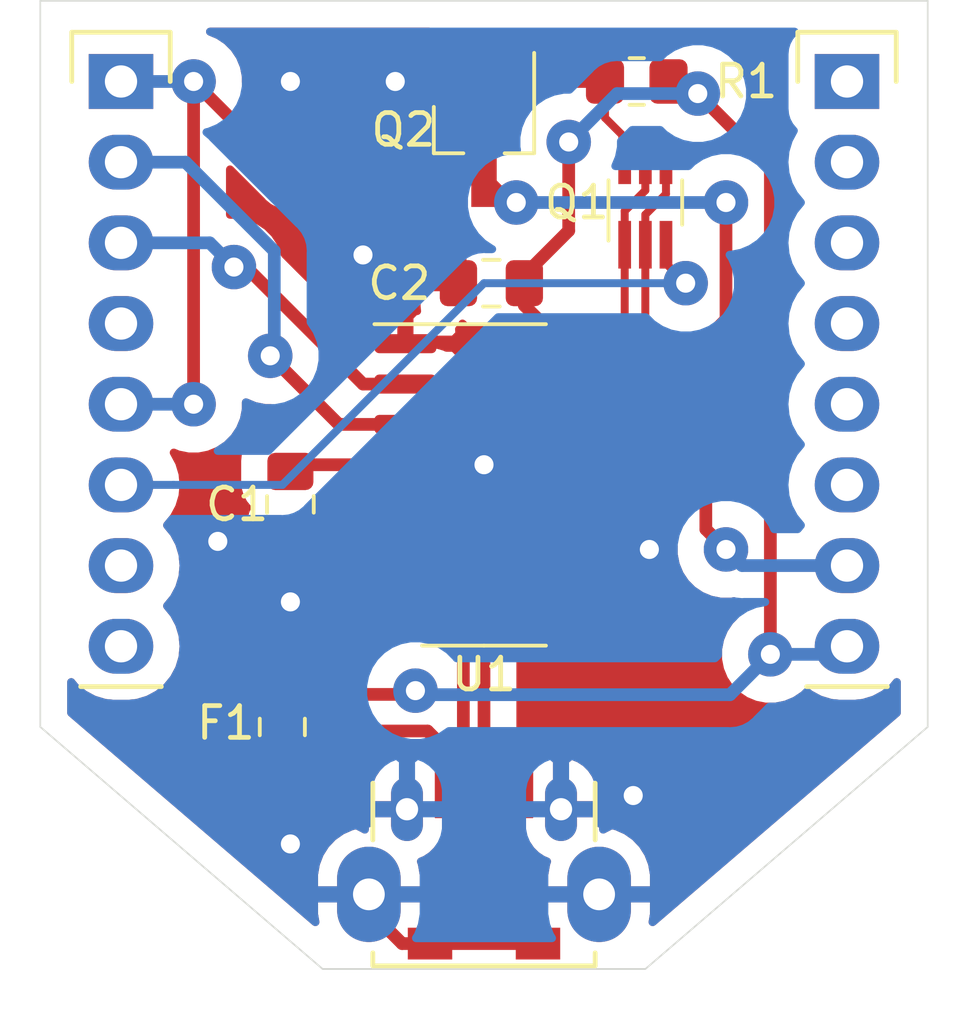
<source format=kicad_pcb>
(kicad_pcb (version 20171130) (host pcbnew 5.1.10-88a1d61d58~90~ubuntu20.04.1)

  (general
    (thickness 1.6)
    (drawings 6)
    (tracks 108)
    (zones 0)
    (modules 10)
    (nets 14)
  )

  (page A4)
  (layers
    (0 F.Cu signal)
    (31 B.Cu signal)
    (32 B.Adhes user)
    (33 F.Adhes user)
    (34 B.Paste user)
    (35 F.Paste user)
    (36 B.SilkS user)
    (37 F.SilkS user)
    (38 B.Mask user)
    (39 F.Mask user)
    (40 Dwgs.User user)
    (41 Cmts.User user)
    (42 Eco1.User user)
    (43 Eco2.User user)
    (44 Edge.Cuts user)
    (45 Margin user)
    (46 B.CrtYd user)
    (47 F.CrtYd user)
    (48 B.Fab user)
    (49 F.Fab user)
  )

  (setup
    (last_trace_width 0.4)
    (user_trace_width 0.4)
    (trace_clearance 0.35)
    (zone_clearance 0.82)
    (zone_45_only no)
    (trace_min 0.25)
    (via_size 1.4)
    (via_drill 0.6)
    (via_min_size 1.4)
    (via_min_drill 0.6)
    (uvia_size 0.3)
    (uvia_drill 0.1)
    (uvias_allowed no)
    (uvia_min_size 0.2)
    (uvia_min_drill 0.1)
    (edge_width 0.05)
    (segment_width 0.2)
    (pcb_text_width 0.3)
    (pcb_text_size 1.5 1.5)
    (mod_edge_width 0.12)
    (mod_text_size 1 1)
    (mod_text_width 0.15)
    (pad_size 1.524 1.524)
    (pad_drill 0.762)
    (pad_to_mask_clearance 0)
    (aux_axis_origin 55.88 104.14)
    (visible_elements FFFFFF7F)
    (pcbplotparams
      (layerselection 0x01000_ffffffff)
      (usegerberextensions false)
      (usegerberattributes false)
      (usegerberadvancedattributes true)
      (creategerberjobfile false)
      (excludeedgelayer true)
      (linewidth 0.050000)
      (plotframeref false)
      (viasonmask false)
      (mode 1)
      (useauxorigin true)
      (hpglpennumber 1)
      (hpglpenspeed 20)
      (hpglpendiameter 15.000000)
      (psnegative false)
      (psa4output false)
      (plotreference true)
      (plotvalue true)
      (plotinvisibletext false)
      (padsonsilk false)
      (subtractmaskfromsilk false)
      (outputformat 1)
      (mirror false)
      (drillshape 0)
      (scaleselection 1)
      (outputdirectory "Gerbers/"))
  )

  (net 0 "")
  (net 1 "Net-(C1-Pad2)")
  (net 2 GND)
  (net 3 +5V)
  (net 4 "Net-(J1-Pad1)")
  (net 5 /URXD)
  (net 6 /UTXD)
  (net 7 /D-)
  (net 8 /D+)
  (net 9 /RST)
  (net 10 /RTS)
  (net 11 /DTR)
  (net 12 /GPIO0)
  (net 13 "Net-(F1-Pad2)")

  (net_class Default "This is the default net class."
    (clearance 0.35)
    (trace_width 0.25)
    (via_dia 1.4)
    (via_drill 0.6)
    (uvia_dia 0.3)
    (uvia_drill 0.1)
    (diff_pair_width 0.25)
    (diff_pair_gap 0.25)
    (add_net +3V3)
    (add_net +5V)
    (add_net /D+)
    (add_net /D-)
    (add_net /DTR)
    (add_net /GPIO0)
    (add_net /RST)
    (add_net /RTS)
    (add_net /URXD)
    (add_net /UTXD)
    (add_net GND)
    (add_net "Net-(C1-Pad2)")
    (add_net "Net-(F1-Pad2)")
    (add_net "Net-(J1-Pad1)")
    (add_net "Net-(J1-Pad4)")
    (add_net "Net-(J1-Pad7)")
    (add_net "Net-(J2-Pad4)")
    (add_net "Net-(J3-Pad1)")
    (add_net "Net-(J3-Pad2)")
    (add_net "Net-(J3-Pad3)")
    (add_net "Net-(J3-Pad4)")
    (add_net "Net-(J3-Pad5)")
    (add_net "Net-(J3-Pad6)")
    (add_net "Net-(U1-Pad10)")
    (add_net "Net-(U1-Pad11)")
    (add_net "Net-(U1-Pad12)")
    (add_net "Net-(U1-Pad15)")
    (add_net "Net-(U1-Pad7)")
    (add_net "Net-(U1-Pad8)")
    (add_net "Net-(U1-Pad9)")
  )

  (module CPB:Socket_Strip_Straight_1x08_nograf (layer F.Cu) (tedit 59E364C4) (tstamp 611348AF)
    (at 81.28 76.2 270)
    (descr "Through hole socket strip")
    (tags "socket strip")
    (path /61145B49)
    (fp_text reference J3 (at 20.32 0) (layer F.SilkS) hide
      (effects (font (size 1 1) (thickness 0.15)))
    )
    (fp_text value RIGHT (at 7.62 -2.54 90) (layer F.Fab) hide
      (effects (font (size 1 1) (thickness 0.15)))
    )
    (fp_line (start -1.75 -1.75) (end -1.75 1.75) (layer F.CrtYd) (width 0.05))
    (fp_line (start 19.55 -1.75) (end 19.55 1.75) (layer F.CrtYd) (width 0.05))
    (fp_line (start -1.75 -1.75) (end 19.55 -1.75) (layer F.CrtYd) (width 0.05))
    (fp_line (start -1.75 1.75) (end 19.55 1.75) (layer F.CrtYd) (width 0.05))
    (fp_line (start 19.05 1.27) (end 19.05 -1.27) (layer F.SilkS) (width 0.15))
    (fp_line (start -1.55 1.55) (end 0 1.55) (layer F.SilkS) (width 0.15))
    (fp_line (start 0 -1.55) (end -1.55 -1.55) (layer F.SilkS) (width 0.15))
    (fp_line (start -1.55 -1.55) (end -1.55 1.55) (layer F.SilkS) (width 0.15))
    (pad 8 thru_hole oval (at 17.78 0 270) (size 1.7272 2.032) (drill 1.016) (layers *.Cu *.Mask)
      (net 3 +5V))
    (pad 7 thru_hole oval (at 15.24 0 270) (size 1.7272 2.032) (drill 1.016) (layers *.Cu *.Mask)
      (net 4 "Net-(J1-Pad1)"))
    (pad 6 thru_hole oval (at 12.7 0 270) (size 1.7272 2.032) (drill 1.016) (layers *.Cu *.Mask))
    (pad 5 thru_hole oval (at 10.16 0 270) (size 1.7272 2.032) (drill 1.016) (layers *.Cu *.Mask))
    (pad 4 thru_hole oval (at 7.62 0 270) (size 1.7272 2.032) (drill 1.016) (layers *.Cu *.Mask))
    (pad 3 thru_hole oval (at 5.08 0 270) (size 1.7272 2.032) (drill 1.016) (layers *.Cu *.Mask))
    (pad 2 thru_hole oval (at 2.54 0 270) (size 1.7272 2.032) (drill 1.016) (layers *.Cu *.Mask))
    (pad 1 thru_hole rect (at 0 0 270) (size 1.7272 2.032) (drill 1.016) (layers *.Cu *.Mask))
    (model Socket_Strips.3dshapes/Socket_Strip_Straight_1x08.wrl
      (offset (xyz 8.889999866485596 0 0))
      (scale (xyz 1 1 1))
      (rotate (xyz 0 0 180))
    )
  )

  (module CPB:Socket_Strip_Straight_1x08_nograf (layer F.Cu) (tedit 59E364C4) (tstamp 6113487A)
    (at 58.42 76.2 270)
    (descr "Through hole socket strip")
    (tags "socket strip")
    (path /61144F33)
    (fp_text reference J1 (at 20.32 0) (layer F.SilkS) hide
      (effects (font (size 1 1) (thickness 0.15)))
    )
    (fp_text value LEFT (at 7.62 -2.54 90) (layer F.Fab) hide
      (effects (font (size 1 1) (thickness 0.15)))
    )
    (fp_line (start -1.75 -1.75) (end -1.75 1.75) (layer F.CrtYd) (width 0.05))
    (fp_line (start 19.55 -1.75) (end 19.55 1.75) (layer F.CrtYd) (width 0.05))
    (fp_line (start -1.75 -1.75) (end 19.55 -1.75) (layer F.CrtYd) (width 0.05))
    (fp_line (start -1.75 1.75) (end 19.55 1.75) (layer F.CrtYd) (width 0.05))
    (fp_line (start 19.05 1.27) (end 19.05 -1.27) (layer F.SilkS) (width 0.15))
    (fp_line (start -1.55 1.55) (end 0 1.55) (layer F.SilkS) (width 0.15))
    (fp_line (start 0 -1.55) (end -1.55 -1.55) (layer F.SilkS) (width 0.15))
    (fp_line (start -1.55 -1.55) (end -1.55 1.55) (layer F.SilkS) (width 0.15))
    (pad 8 thru_hole oval (at 17.78 0 270) (size 1.7272 2.032) (drill 1.016) (layers *.Cu *.Mask))
    (pad 7 thru_hole oval (at 15.24 0 270) (size 1.7272 2.032) (drill 1.016) (layers *.Cu *.Mask))
    (pad 6 thru_hole oval (at 12.7 0 270) (size 1.7272 2.032) (drill 1.016) (layers *.Cu *.Mask)
      (net 12 /GPIO0))
    (pad 5 thru_hole oval (at 10.16 0 270) (size 1.7272 2.032) (drill 1.016) (layers *.Cu *.Mask)
      (net 4 "Net-(J1-Pad1)"))
    (pad 4 thru_hole oval (at 7.62 0 270) (size 1.7272 2.032) (drill 1.016) (layers *.Cu *.Mask))
    (pad 3 thru_hole oval (at 5.08 0 270) (size 1.7272 2.032) (drill 1.016) (layers *.Cu *.Mask)
      (net 5 /URXD))
    (pad 2 thru_hole oval (at 2.54 0 270) (size 1.7272 2.032) (drill 1.016) (layers *.Cu *.Mask)
      (net 6 /UTXD))
    (pad 1 thru_hole rect (at 0 0 270) (size 1.7272 2.032) (drill 1.016) (layers *.Cu *.Mask)
      (net 4 "Net-(J1-Pad1)"))
    (model Socket_Strips.3dshapes/Socket_Strip_Straight_1x08.wrl
      (offset (xyz 8.889999866485596 0 0))
      (scale (xyz 1 1 1))
      (rotate (xyz 0 0 180))
    )
  )

  (module Package_SO:SOIC-16_3.9x9.9mm_P1.27mm (layer F.Cu) (tedit 5D9F72B1) (tstamp 6113491E)
    (at 69.85 88.9)
    (descr "SOIC, 16 Pin (JEDEC MS-012AC, https://www.analog.com/media/en/package-pcb-resources/package/pkg_pdf/soic_narrow-r/r_16.pdf), generated with kicad-footprint-generator ipc_gullwing_generator.py")
    (tags "SOIC SO")
    (path /61190720)
    (attr smd)
    (fp_text reference U1 (at 0 5.969) (layer F.SilkS)
      (effects (font (size 1 1) (thickness 0.15)))
    )
    (fp_text value CH340C (at 0 5.9) (layer F.Fab)
      (effects (font (size 1 1) (thickness 0.15)))
    )
    (fp_text user %R (at 0 0) (layer F.Fab)
      (effects (font (size 0.98 0.98) (thickness 0.15)))
    )
    (fp_line (start 0 5.06) (end 1.95 5.06) (layer F.SilkS) (width 0.12))
    (fp_line (start 0 5.06) (end -1.95 5.06) (layer F.SilkS) (width 0.12))
    (fp_line (start 0 -5.06) (end 1.95 -5.06) (layer F.SilkS) (width 0.12))
    (fp_line (start 0 -5.06) (end -3.45 -5.06) (layer F.SilkS) (width 0.12))
    (fp_line (start -0.975 -4.95) (end 1.95 -4.95) (layer F.Fab) (width 0.1))
    (fp_line (start 1.95 -4.95) (end 1.95 4.95) (layer F.Fab) (width 0.1))
    (fp_line (start 1.95 4.95) (end -1.95 4.95) (layer F.Fab) (width 0.1))
    (fp_line (start -1.95 4.95) (end -1.95 -3.975) (layer F.Fab) (width 0.1))
    (fp_line (start -1.95 -3.975) (end -0.975 -4.95) (layer F.Fab) (width 0.1))
    (fp_line (start -3.7 -5.2) (end -3.7 5.2) (layer F.CrtYd) (width 0.05))
    (fp_line (start -3.7 5.2) (end 3.7 5.2) (layer F.CrtYd) (width 0.05))
    (fp_line (start 3.7 5.2) (end 3.7 -5.2) (layer F.CrtYd) (width 0.05))
    (fp_line (start 3.7 -5.2) (end -3.7 -5.2) (layer F.CrtYd) (width 0.05))
    (pad 16 smd roundrect (at 2.475 -4.445) (size 1.95 0.6) (layers F.Cu F.Paste F.Mask) (roundrect_rratio 0.25)
      (net 3 +5V))
    (pad 15 smd roundrect (at 2.475 -3.175) (size 1.95 0.6) (layers F.Cu F.Paste F.Mask) (roundrect_rratio 0.25))
    (pad 14 smd roundrect (at 2.475 -1.905) (size 1.95 0.6) (layers F.Cu F.Paste F.Mask) (roundrect_rratio 0.25)
      (net 10 /RTS))
    (pad 13 smd roundrect (at 2.475 -0.635) (size 1.95 0.6) (layers F.Cu F.Paste F.Mask) (roundrect_rratio 0.25)
      (net 11 /DTR))
    (pad 12 smd roundrect (at 2.475 0.635) (size 1.95 0.6) (layers F.Cu F.Paste F.Mask) (roundrect_rratio 0.25))
    (pad 11 smd roundrect (at 2.475 1.905) (size 1.95 0.6) (layers F.Cu F.Paste F.Mask) (roundrect_rratio 0.25))
    (pad 10 smd roundrect (at 2.475 3.175) (size 1.95 0.6) (layers F.Cu F.Paste F.Mask) (roundrect_rratio 0.25))
    (pad 9 smd roundrect (at 2.475 4.445) (size 1.95 0.6) (layers F.Cu F.Paste F.Mask) (roundrect_rratio 0.25))
    (pad 8 smd roundrect (at -2.475 4.445) (size 1.95 0.6) (layers F.Cu F.Paste F.Mask) (roundrect_rratio 0.25))
    (pad 7 smd roundrect (at -2.475 3.175) (size 1.95 0.6) (layers F.Cu F.Paste F.Mask) (roundrect_rratio 0.25))
    (pad 6 smd roundrect (at -2.475 1.905) (size 1.95 0.6) (layers F.Cu F.Paste F.Mask) (roundrect_rratio 0.25)
      (net 7 /D-))
    (pad 5 smd roundrect (at -2.475 0.635) (size 1.95 0.6) (layers F.Cu F.Paste F.Mask) (roundrect_rratio 0.25)
      (net 8 /D+))
    (pad 4 smd roundrect (at -2.475 -0.635) (size 1.95 0.6) (layers F.Cu F.Paste F.Mask) (roundrect_rratio 0.25)
      (net 1 "Net-(C1-Pad2)"))
    (pad 3 smd roundrect (at -2.475 -1.905) (size 1.95 0.6) (layers F.Cu F.Paste F.Mask) (roundrect_rratio 0.25)
      (net 6 /UTXD))
    (pad 2 smd roundrect (at -2.475 -3.175) (size 1.95 0.6) (layers F.Cu F.Paste F.Mask) (roundrect_rratio 0.25)
      (net 5 /URXD))
    (pad 1 smd roundrect (at -2.475 -4.445) (size 1.95 0.6) (layers F.Cu F.Paste F.Mask) (roundrect_rratio 0.25)
      (net 2 GND))
    (model ${KISYS3DMOD}/Package_SO.3dshapes/SOIC-16_3.9x9.9mm_P1.27mm.wrl
      (at (xyz 0 0 0))
      (scale (xyz 1 1 1))
      (rotate (xyz 0 0 0))
    )
  )

  (module Resistor_SMD:R_0805_2012Metric_Pad1.20x1.40mm_HandSolder (layer F.Cu) (tedit 5F68FEEE) (tstamp 611348EB)
    (at 74.66 76.2 180)
    (descr "Resistor SMD 0805 (2012 Metric), square (rectangular) end terminal, IPC_7351 nominal with elongated pad for handsoldering. (Body size source: IPC-SM-782 page 72, https://www.pcb-3d.com/wordpress/wp-content/uploads/ipc-sm-782a_amendment_1_and_2.pdf), generated with kicad-footprint-generator")
    (tags "resistor handsolder")
    (path /6119D3DD)
    (attr smd)
    (fp_text reference R1 (at -3.445 0) (layer F.SilkS)
      (effects (font (size 1 1) (thickness 0.15)))
    )
    (fp_text value 10K (at 0 1.65) (layer F.Fab)
      (effects (font (size 1 1) (thickness 0.15)))
    )
    (fp_text user %R (at 0 0) (layer F.Fab)
      (effects (font (size 0.5 0.5) (thickness 0.08)))
    )
    (fp_line (start -1 0.625) (end -1 -0.625) (layer F.Fab) (width 0.1))
    (fp_line (start -1 -0.625) (end 1 -0.625) (layer F.Fab) (width 0.1))
    (fp_line (start 1 -0.625) (end 1 0.625) (layer F.Fab) (width 0.1))
    (fp_line (start 1 0.625) (end -1 0.625) (layer F.Fab) (width 0.1))
    (fp_line (start -0.227064 -0.735) (end 0.227064 -0.735) (layer F.SilkS) (width 0.12))
    (fp_line (start -0.227064 0.735) (end 0.227064 0.735) (layer F.SilkS) (width 0.12))
    (fp_line (start -1.85 0.95) (end -1.85 -0.95) (layer F.CrtYd) (width 0.05))
    (fp_line (start -1.85 -0.95) (end 1.85 -0.95) (layer F.CrtYd) (width 0.05))
    (fp_line (start 1.85 -0.95) (end 1.85 0.95) (layer F.CrtYd) (width 0.05))
    (fp_line (start 1.85 0.95) (end -1.85 0.95) (layer F.CrtYd) (width 0.05))
    (pad 2 smd roundrect (at 1 0 180) (size 1.2 1.4) (layers F.Cu F.Paste F.Mask) (roundrect_rratio 0.2083325)
      (net 9 /RST))
    (pad 1 smd roundrect (at -1 0 180) (size 1.2 1.4) (layers F.Cu F.Paste F.Mask) (roundrect_rratio 0.2083325)
      (net 3 +5V))
    (model ${KISYS3DMOD}/Resistor_SMD.3dshapes/R_0805_2012Metric.wrl
      (at (xyz 0 0 0))
      (scale (xyz 1 1 1))
      (rotate (xyz 0 0 0))
    )
  )

  (module Package_TO_SOT_SMD:SOT-23_Handsoldering (layer F.Cu) (tedit 5A0AB76C) (tstamp 611348DA)
    (at 69.85 77.7 270)
    (descr "SOT-23, Handsoldering")
    (tags SOT-23)
    (path /6119F368)
    (attr smd)
    (fp_text reference Q2 (at 0.024 2.54 180) (layer F.SilkS)
      (effects (font (size 1 1) (thickness 0.15)))
    )
    (fp_text value AO3400A (at 0 2.5 90) (layer F.Fab)
      (effects (font (size 1 1) (thickness 0.15)))
    )
    (fp_text user %R (at 0 0) (layer F.Fab)
      (effects (font (size 0.5 0.5) (thickness 0.075)))
    )
    (fp_line (start 0.76 1.58) (end 0.76 0.65) (layer F.SilkS) (width 0.12))
    (fp_line (start 0.76 -1.58) (end 0.76 -0.65) (layer F.SilkS) (width 0.12))
    (fp_line (start -2.7 -1.75) (end 2.7 -1.75) (layer F.CrtYd) (width 0.05))
    (fp_line (start 2.7 -1.75) (end 2.7 1.75) (layer F.CrtYd) (width 0.05))
    (fp_line (start 2.7 1.75) (end -2.7 1.75) (layer F.CrtYd) (width 0.05))
    (fp_line (start -2.7 1.75) (end -2.7 -1.75) (layer F.CrtYd) (width 0.05))
    (fp_line (start 0.76 -1.58) (end -2.4 -1.58) (layer F.SilkS) (width 0.12))
    (fp_line (start -0.7 -0.95) (end -0.7 1.5) (layer F.Fab) (width 0.1))
    (fp_line (start -0.15 -1.52) (end 0.7 -1.52) (layer F.Fab) (width 0.1))
    (fp_line (start -0.7 -0.95) (end -0.15 -1.52) (layer F.Fab) (width 0.1))
    (fp_line (start 0.7 -1.52) (end 0.7 1.52) (layer F.Fab) (width 0.1))
    (fp_line (start -0.7 1.52) (end 0.7 1.52) (layer F.Fab) (width 0.1))
    (fp_line (start 0.76 1.58) (end -0.7 1.58) (layer F.SilkS) (width 0.12))
    (pad 3 smd rect (at 1.5 0 270) (size 1.9 0.8) (layers F.Cu F.Paste F.Mask)
      (net 4 "Net-(J1-Pad1)"))
    (pad 2 smd rect (at -1.5 0.95 270) (size 1.9 0.8) (layers F.Cu F.Paste F.Mask)
      (net 2 GND))
    (pad 1 smd rect (at -1.5 -0.95 270) (size 1.9 0.8) (layers F.Cu F.Paste F.Mask)
      (net 9 /RST))
    (model ${KISYS3DMOD}/Package_TO_SOT_SMD.3dshapes/SOT-23.wrl
      (at (xyz 0 0 0))
      (scale (xyz 1 1 1))
      (rotate (xyz 0 0 0))
    )
  )

  (module Package_TO_SOT_SMD:SOT-363_SC-70-6_Handsoldering (layer F.Cu) (tedit 5A02FF57) (tstamp 611348C5)
    (at 74.93 80.01 90)
    (descr "SOT-363, SC-70-6, Handsoldering")
    (tags "SOT-363 SC-70-6 Handsoldering")
    (path /60E5AC7E)
    (attr smd)
    (fp_text reference Q1 (at 0 -2.159 180) (layer F.SilkS)
      (effects (font (size 1 1) (thickness 0.15)))
    )
    (fp_text value UMH3N (at 0 2 270) (layer F.Fab)
      (effects (font (size 1 1) (thickness 0.15)))
    )
    (fp_text user %R (at 0 0) (layer F.Fab)
      (effects (font (size 0.5 0.5) (thickness 0.075)))
    )
    (fp_line (start -2.4 1.4) (end 2.4 1.4) (layer F.CrtYd) (width 0.05))
    (fp_line (start 0.7 -1.16) (end -1.2 -1.16) (layer F.SilkS) (width 0.12))
    (fp_line (start -0.7 1.16) (end 0.7 1.16) (layer F.SilkS) (width 0.12))
    (fp_line (start 2.4 1.4) (end 2.4 -1.4) (layer F.CrtYd) (width 0.05))
    (fp_line (start -2.4 -1.4) (end -2.4 1.4) (layer F.CrtYd) (width 0.05))
    (fp_line (start -2.4 -1.4) (end 2.4 -1.4) (layer F.CrtYd) (width 0.05))
    (fp_line (start 0.675 -1.1) (end -0.175 -1.1) (layer F.Fab) (width 0.1))
    (fp_line (start -0.675 -0.6) (end -0.675 1.1) (layer F.Fab) (width 0.1))
    (fp_line (start 0.675 -1.1) (end 0.675 1.1) (layer F.Fab) (width 0.1))
    (fp_line (start 0.675 1.1) (end -0.675 1.1) (layer F.Fab) (width 0.1))
    (fp_line (start -0.175 -1.1) (end -0.675 -0.6) (layer F.Fab) (width 0.1))
    (pad 6 smd rect (at 1.33 -0.65 90) (size 1.5 0.4) (layers F.Cu F.Paste F.Mask)
      (net 9 /RST))
    (pad 5 smd rect (at 1.33 0 90) (size 1.5 0.4) (layers F.Cu F.Paste F.Mask)
      (net 10 /RTS))
    (pad 4 smd rect (at 1.33 0.65 90) (size 1.5 0.4) (layers F.Cu F.Paste F.Mask)
      (net 11 /DTR))
    (pad 3 smd rect (at -1.33 0.65 90) (size 1.5 0.4) (layers F.Cu F.Paste F.Mask)
      (net 12 /GPIO0))
    (pad 2 smd rect (at -1.33 0 90) (size 1.5 0.4) (layers F.Cu F.Paste F.Mask)
      (net 11 /DTR))
    (pad 1 smd rect (at -1.33 -0.65 90) (size 1.5 0.4) (layers F.Cu F.Paste F.Mask)
      (net 10 /RTS))
    (model ${KISYS3DMOD}/Package_TO_SOT_SMD.3dshapes/SOT-363_SC-70-6.wrl
      (at (xyz 0 0 0))
      (scale (xyz 1 1 1))
      (rotate (xyz 0 0 0))
    )
  )

  (module CPB:USB_Micro-B_CNC_C10418 (layer F.Cu) (tedit 60035477) (tstamp 61134893)
    (at 69.85 97.79 180)
    (path /60DE72ED)
    (fp_text reference J2 (at -4.445 -1.524) (layer F.SilkS) hide
      (effects (font (size 1 1) (thickness 0.15)))
    )
    (fp_text value USB_B_Micro (at 0 -7.25) (layer F.Fab)
      (effects (font (size 1 1) (thickness 0.15)))
    )
    (fp_line (start -4.5 -6.5) (end -4.25 -6.5) (layer F.CrtYd) (width 0.15))
    (fp_line (start -4.5 0) (end -4.5 -6.5) (layer F.CrtYd) (width 0.15))
    (fp_line (start 4.5 0) (end -4.5 0) (layer F.CrtYd) (width 0.15))
    (fp_line (start 4.5 -6.5) (end 4.5 0) (layer F.CrtYd) (width 0.15))
    (fp_line (start -4.25 -6.5) (end 4.5 -6.5) (layer F.CrtYd) (width 0.15))
    (fp_line (start -3.5 -2.286) (end -3.5 -0.5) (layer F.SilkS) (width 0.15))
    (fp_line (start 3.5 -2.286) (end 3.5 -0.5) (layer F.SilkS) (width 0.15))
    (fp_line (start -3.5 -6.25) (end -3.5 -5.842) (layer F.SilkS) (width 0.15))
    (fp_line (start 3.5 -6.25) (end 3.5 -5.842) (layer F.SilkS) (width 0.15))
    (fp_line (start -3.5 -6.25) (end 3.5 -6.25) (layer F.SilkS) (width 0.15))
    (pad 6 thru_hole oval (at 3.625 -4 180) (size 2 3) (drill oval 1) (layers *.Cu *.Mask)
      (net 2 GND))
    (pad 6 thru_hole oval (at 2.425 -1.32 180) (size 1 2) (drill 0.7) (layers *.Cu *.Mask)
      (net 2 GND))
    (pad 6 thru_hole oval (at -2.425 -1.32 180) (size 1 2) (drill 0.7) (layers *.Cu *.Mask)
      (net 2 GND))
    (pad 1 smd rect (at 1.3 -0.8 180) (size 0.5 1.6) (layers F.Cu F.Paste F.Mask)
      (net 13 "Net-(F1-Pad2)"))
    (pad 2 smd rect (at 0.65 -0.8 180) (size 0.5 1.6) (layers F.Cu F.Paste F.Mask)
      (net 7 /D-))
    (pad 5 smd rect (at -1.3 -0.8 180) (size 0.5 1.6) (layers F.Cu F.Paste F.Mask)
      (net 2 GND))
    (pad 4 smd rect (at -0.65 -0.8 180) (size 0.5 1.6) (layers F.Cu F.Paste F.Mask))
    (pad 3 smd rect (at 0 -0.8 180) (size 0.5 1.6) (layers F.Cu F.Paste F.Mask)
      (net 8 /D+))
    (pad 6 thru_hole oval (at -3.625 -4 180) (size 2 3) (drill oval 1) (layers *.Cu *.Mask)
      (net 2 GND))
    (pad 6 smd rect (at 1.7 -5.55 180) (size 1.4 1) (layers F.Cu F.Paste F.Mask)
      (net 2 GND))
    (pad 6 smd rect (at -1.7 -5.55 180) (size 1.4 1) (layers F.Cu F.Paste F.Mask)
      (net 2 GND))
  )

  (module Fuse:Fuse_0805_2012Metric_Pad1.15x1.40mm_HandSolder (layer F.Cu) (tedit 5F68FEF1) (tstamp 6113484E)
    (at 63.5 96.52 270)
    (descr "Fuse SMD 0805 (2012 Metric), square (rectangular) end terminal, IPC_7351 nominal with elongated pad for handsoldering. (Body size source: https://docs.google.com/spreadsheets/d/1BsfQQcO9C6DZCsRaXUlFlo91Tg2WpOkGARC1WS5S8t0/edit?usp=sharing), generated with kicad-footprint-generator")
    (tags "fuse handsolder")
    (path /60DE8E45)
    (attr smd)
    (fp_text reference F1 (at -0.127 1.778 180) (layer F.SilkS)
      (effects (font (size 1 1) (thickness 0.15)))
    )
    (fp_text value 500mA (at 0 1.65 90) (layer F.Fab)
      (effects (font (size 1 1) (thickness 0.15)))
    )
    (fp_text user %R (at 0 0 90) (layer F.Fab)
      (effects (font (size 0.5 0.5) (thickness 0.08)))
    )
    (fp_line (start -1 0.6) (end -1 -0.6) (layer F.Fab) (width 0.1))
    (fp_line (start -1 -0.6) (end 1 -0.6) (layer F.Fab) (width 0.1))
    (fp_line (start 1 -0.6) (end 1 0.6) (layer F.Fab) (width 0.1))
    (fp_line (start 1 0.6) (end -1 0.6) (layer F.Fab) (width 0.1))
    (fp_line (start -0.261252 -0.71) (end 0.261252 -0.71) (layer F.SilkS) (width 0.12))
    (fp_line (start -0.261252 0.71) (end 0.261252 0.71) (layer F.SilkS) (width 0.12))
    (fp_line (start -1.85 0.95) (end -1.85 -0.95) (layer F.CrtYd) (width 0.05))
    (fp_line (start -1.85 -0.95) (end 1.85 -0.95) (layer F.CrtYd) (width 0.05))
    (fp_line (start 1.85 -0.95) (end 1.85 0.95) (layer F.CrtYd) (width 0.05))
    (fp_line (start 1.85 0.95) (end -1.85 0.95) (layer F.CrtYd) (width 0.05))
    (pad 2 smd roundrect (at 1.025 0 270) (size 1.15 1.4) (layers F.Cu F.Paste F.Mask) (roundrect_rratio 0.2173904347826087)
      (net 13 "Net-(F1-Pad2)"))
    (pad 1 smd roundrect (at -1.025 0 270) (size 1.15 1.4) (layers F.Cu F.Paste F.Mask) (roundrect_rratio 0.2173904347826087)
      (net 3 +5V))
    (model ${KISYS3DMOD}/Fuse.3dshapes/Fuse_0805_2012Metric.wrl
      (at (xyz 0 0 0))
      (scale (xyz 1 1 1))
      (rotate (xyz 0 0 0))
    )
  )

  (module Capacitor_SMD:C_0805_2012Metric_Pad1.18x1.45mm_HandSolder (layer F.Cu) (tedit 5F68FEEF) (tstamp 6113483D)
    (at 70.0825 82.55 180)
    (descr "Capacitor SMD 0805 (2012 Metric), square (rectangular) end terminal, IPC_7351 nominal with elongated pad for handsoldering. (Body size source: IPC-SM-782 page 76, https://www.pcb-3d.com/wordpress/wp-content/uploads/ipc-sm-782a_amendment_1_and_2.pdf, https://docs.google.com/spreadsheets/d/1BsfQQcO9C6DZCsRaXUlFlo91Tg2WpOkGARC1WS5S8t0/edit?usp=sharing), generated with kicad-footprint-generator")
    (tags "capacitor handsolder")
    (path /60E3479A)
    (attr smd)
    (fp_text reference C2 (at 2.8995 0) (layer F.SilkS)
      (effects (font (size 1 1) (thickness 0.15)))
    )
    (fp_text value 100n (at 0 1.68) (layer F.Fab)
      (effects (font (size 1 1) (thickness 0.15)))
    )
    (fp_text user %R (at 0 0) (layer F.Fab)
      (effects (font (size 0.5 0.5) (thickness 0.08)))
    )
    (fp_line (start -1 0.625) (end -1 -0.625) (layer F.Fab) (width 0.1))
    (fp_line (start -1 -0.625) (end 1 -0.625) (layer F.Fab) (width 0.1))
    (fp_line (start 1 -0.625) (end 1 0.625) (layer F.Fab) (width 0.1))
    (fp_line (start 1 0.625) (end -1 0.625) (layer F.Fab) (width 0.1))
    (fp_line (start -0.261252 -0.735) (end 0.261252 -0.735) (layer F.SilkS) (width 0.12))
    (fp_line (start -0.261252 0.735) (end 0.261252 0.735) (layer F.SilkS) (width 0.12))
    (fp_line (start -1.88 0.98) (end -1.88 -0.98) (layer F.CrtYd) (width 0.05))
    (fp_line (start -1.88 -0.98) (end 1.88 -0.98) (layer F.CrtYd) (width 0.05))
    (fp_line (start 1.88 -0.98) (end 1.88 0.98) (layer F.CrtYd) (width 0.05))
    (fp_line (start 1.88 0.98) (end -1.88 0.98) (layer F.CrtYd) (width 0.05))
    (pad 2 smd roundrect (at 1.0375 0 180) (size 1.175 1.45) (layers F.Cu F.Paste F.Mask) (roundrect_rratio 0.2127659574468085)
      (net 2 GND))
    (pad 1 smd roundrect (at -1.0375 0 180) (size 1.175 1.45) (layers F.Cu F.Paste F.Mask) (roundrect_rratio 0.2127659574468085)
      (net 3 +5V))
    (model ${KISYS3DMOD}/Capacitor_SMD.3dshapes/C_0805_2012Metric.wrl
      (at (xyz 0 0 0))
      (scale (xyz 1 1 1))
      (rotate (xyz 0 0 0))
    )
  )

  (module Capacitor_SMD:C_0805_2012Metric_Pad1.18x1.45mm_HandSolder (layer F.Cu) (tedit 5F68FEEF) (tstamp 6113482C)
    (at 63.754 89.5135 90)
    (descr "Capacitor SMD 0805 (2012 Metric), square (rectangular) end terminal, IPC_7351 nominal with elongated pad for handsoldering. (Body size source: IPC-SM-782 page 76, https://www.pcb-3d.com/wordpress/wp-content/uploads/ipc-sm-782a_amendment_1_and_2.pdf, https://docs.google.com/spreadsheets/d/1BsfQQcO9C6DZCsRaXUlFlo91Tg2WpOkGARC1WS5S8t0/edit?usp=sharing), generated with kicad-footprint-generator")
    (tags "capacitor handsolder")
    (path /61194EC0)
    (attr smd)
    (fp_text reference C1 (at 0 -1.68 180) (layer F.SilkS)
      (effects (font (size 1 1) (thickness 0.15)))
    )
    (fp_text value 100n (at 0 1.68 90) (layer F.Fab)
      (effects (font (size 1 1) (thickness 0.15)))
    )
    (fp_text user %R (at 0 0 90) (layer F.Fab)
      (effects (font (size 0.5 0.5) (thickness 0.08)))
    )
    (fp_line (start -1 0.625) (end -1 -0.625) (layer F.Fab) (width 0.1))
    (fp_line (start -1 -0.625) (end 1 -0.625) (layer F.Fab) (width 0.1))
    (fp_line (start 1 -0.625) (end 1 0.625) (layer F.Fab) (width 0.1))
    (fp_line (start 1 0.625) (end -1 0.625) (layer F.Fab) (width 0.1))
    (fp_line (start -0.261252 -0.735) (end 0.261252 -0.735) (layer F.SilkS) (width 0.12))
    (fp_line (start -0.261252 0.735) (end 0.261252 0.735) (layer F.SilkS) (width 0.12))
    (fp_line (start -1.88 0.98) (end -1.88 -0.98) (layer F.CrtYd) (width 0.05))
    (fp_line (start -1.88 -0.98) (end 1.88 -0.98) (layer F.CrtYd) (width 0.05))
    (fp_line (start 1.88 -0.98) (end 1.88 0.98) (layer F.CrtYd) (width 0.05))
    (fp_line (start 1.88 0.98) (end -1.88 0.98) (layer F.CrtYd) (width 0.05))
    (pad 2 smd roundrect (at 1.0375 0 90) (size 1.175 1.45) (layers F.Cu F.Paste F.Mask) (roundrect_rratio 0.2127659574468085)
      (net 1 "Net-(C1-Pad2)"))
    (pad 1 smd roundrect (at -1.0375 0 90) (size 1.175 1.45) (layers F.Cu F.Paste F.Mask) (roundrect_rratio 0.2127659574468085)
      (net 2 GND))
    (model ${KISYS3DMOD}/Capacitor_SMD.3dshapes/C_0805_2012Metric.wrl
      (at (xyz 0 0 0))
      (scale (xyz 1 1 1))
      (rotate (xyz 0 0 0))
    )
  )

  (gr_line (start 55.88 73.66) (end 55.88 96.52) (layer Edge.Cuts) (width 0.05) (tstamp 6113626A))
  (gr_line (start 83.82 73.66) (end 55.88 73.66) (layer Edge.Cuts) (width 0.05) (tstamp 6113654A))
  (gr_line (start 83.82 96.52) (end 83.82 73.66) (layer Edge.Cuts) (width 0.05))
  (gr_line (start 74.93 104.14) (end 83.82 96.52) (layer Edge.Cuts) (width 0.05))
  (gr_line (start 64.77 104.14) (end 74.93 104.14) (layer Edge.Cuts) (width 0.05))
  (gr_line (start 55.88 96.52) (end 64.77 104.14) (layer Edge.Cuts) (width 0.05))

  (segment (start 63.965 88.265) (end 63.754 88.476) (width 0.4) (layer F.Cu) (net 1))
  (segment (start 67.375 88.265) (end 63.965 88.265) (width 0.4) (layer F.Cu) (net 1))
  (segment (start 68.55 98.59) (end 68.55 97.125) (width 0.4) (layer F.Cu) (net 13))
  (segment (start 68.55 97.125) (end 68.072 96.647) (width 0.4) (layer F.Cu) (net 13))
  (segment (start 68.072 96.647) (end 65.659 96.647) (width 0.4) (layer F.Cu) (net 13))
  (segment (start 64.761 97.545) (end 63.5 97.545) (width 0.4) (layer F.Cu) (net 13))
  (segment (start 65.659 96.647) (end 64.761 97.545) (width 0.4) (layer F.Cu) (net 13))
  (segment (start 66.225 101.79) (end 66.225 102.293) (width 0.4) (layer F.Cu) (net 2))
  (segment (start 67.272 103.34) (end 68.15 103.34) (width 0.4) (layer F.Cu) (net 2))
  (segment (start 66.225 102.293) (end 67.272 103.34) (width 0.4) (layer F.Cu) (net 2))
  (segment (start 68.15 103.34) (end 71.55 103.34) (width 0.4) (layer F.Cu) (net 2))
  (via (at 63.754 92.583) (size 1.4) (drill 0.6) (layers F.Cu B.Cu) (net 2))
  (via (at 74.549 98.679) (size 1.4) (drill 0.6) (layers F.Cu B.Cu) (net 2))
  (via (at 67.056 76.2) (size 1.4) (drill 0.6) (layers F.Cu B.Cu) (net 2))
  (via (at 63.754 76.2) (size 1.4) (drill 0.6) (layers F.Cu B.Cu) (net 2))
  (via (at 66.04 81.661) (size 1.4) (drill 0.6) (layers F.Cu B.Cu) (net 2))
  (via (at 63.754 100.203) (size 1.4) (drill 0.6) (layers F.Cu B.Cu) (net 2))
  (segment (start 71.15 98.59) (end 71.15 96.744) (width 0.4) (layer F.Cu) (net 2))
  (segment (start 71.15 96.744) (end 71.247 96.647) (width 0.4) (layer F.Cu) (net 2))
  (segment (start 72.517 96.647) (end 74.549 98.679) (width 0.4) (layer F.Cu) (net 2))
  (segment (start 71.247 96.647) (end 72.517 96.647) (width 0.4) (layer F.Cu) (net 2))
  (via (at 69.85 88.265) (size 1.4) (drill 0.6) (layers F.Cu B.Cu) (net 2))
  (via (at 75.057 90.932) (size 1.4) (drill 0.6) (layers F.Cu B.Cu) (net 2))
  (via (at 61.468 90.678) (size 1.4) (drill 0.6) (layers F.Cu B.Cu) (net 2))
  (via (at 67.691 95.377) (size 1.4) (drill 0.6) (layers F.Cu B.Cu) (net 3))
  (segment (start 67.573 95.495) (end 67.691 95.377) (width 0.4) (layer F.Cu) (net 3))
  (segment (start 63.5 95.495) (end 67.573 95.495) (width 0.4) (layer F.Cu) (net 3))
  (segment (start 75.66 76.2) (end 76.2 76.2) (width 0.4) (layer F.Cu) (net 3))
  (segment (start 71.12 82.55) (end 71.12 82.296) (width 0.4) (layer F.Cu) (net 3))
  (via (at 72.517 78.105) (size 1.4) (drill 0.6) (layers F.Cu B.Cu) (net 3))
  (segment (start 72.517 80.899) (end 72.517 78.105) (width 0.4) (layer F.Cu) (net 3))
  (segment (start 71.12 82.296) (end 72.517 80.899) (width 0.4) (layer F.Cu) (net 3))
  (via (at 76.581 76.581) (size 1.4) (drill 0.6) (layers F.Cu B.Cu) (net 3))
  (segment (start 76.2 76.2) (end 76.581 76.581) (width 0.4) (layer F.Cu) (net 3))
  (segment (start 74.041 76.581) (end 76.581 76.581) (width 0.4) (layer B.Cu) (net 3))
  (segment (start 72.517 78.105) (end 74.041 76.581) (width 0.4) (layer B.Cu) (net 3))
  (segment (start 71.12 83.25) (end 72.325 84.455) (width 0.4) (layer F.Cu) (net 3))
  (segment (start 71.12 82.55) (end 71.12 83.25) (width 0.4) (layer F.Cu) (net 3))
  (segment (start 77.597 95.504) (end 67.818 95.504) (width 0.4) (layer B.Cu) (net 3))
  (segment (start 67.818 95.504) (end 67.691 95.377) (width 0.4) (layer B.Cu) (net 3))
  (segment (start 81.026 94.234) (end 81.28 93.98) (width 0.4) (layer B.Cu) (net 3))
  (segment (start 78.867 94.234) (end 81.026 94.234) (width 0.4) (layer B.Cu) (net 3))
  (segment (start 78.867 94.234) (end 77.597 95.504) (width 0.4) (layer B.Cu) (net 3))
  (via (at 78.867 94.234) (size 1.4) (drill 0.6) (layers F.Cu B.Cu) (net 3))
  (segment (start 78.867 78.867) (end 76.581 76.581) (width 0.4) (layer F.Cu) (net 3))
  (segment (start 78.867 94.234) (end 78.867 78.867) (width 0.4) (layer F.Cu) (net 3))
  (via (at 60.706 76.2) (size 1.4) (drill 0.6) (layers F.Cu B.Cu) (net 4))
  (segment (start 60.706 76.2) (end 58.42 76.2) (width 0.4) (layer B.Cu) (net 4))
  (via (at 77.47 90.932) (size 1.4) (drill 0.6) (layers F.Cu B.Cu) (net 4))
  (segment (start 77.978 91.44) (end 77.47 90.932) (width 0.4) (layer B.Cu) (net 4))
  (segment (start 81.28 91.44) (end 77.978 91.44) (width 0.4) (layer B.Cu) (net 4))
  (via (at 77.47 80.01) (size 1.4) (drill 0.6) (layers F.Cu B.Cu) (net 4))
  (via (at 70.866 80.01) (size 1.4) (drill 0.6) (layers F.Cu B.Cu) (net 4))
  (segment (start 77.47 80.01) (end 70.866 80.01) (width 0.4) (layer B.Cu) (net 4))
  (segment (start 70.66 80.01) (end 69.85 79.2) (width 0.4) (layer F.Cu) (net 4))
  (segment (start 70.866 80.01) (end 70.66 80.01) (width 0.4) (layer F.Cu) (net 4))
  (segment (start 60.706 86.36) (end 58.42 86.36) (width 0.4) (layer B.Cu) (net 4))
  (via (at 60.706 86.36) (size 1.4) (drill 0.6) (layers F.Cu B.Cu) (net 4))
  (segment (start 60.706 78.994) (end 60.706 76.2) (width 0.4) (layer F.Cu) (net 4))
  (segment (start 60.706 86.36) (end 60.706 78.994) (width 0.4) (layer F.Cu) (net 4))
  (segment (start 76.835 84.328) (end 77.47 83.693) (width 0.4) (layer F.Cu) (net 4))
  (segment (start 77.47 83.693) (end 77.47 80.01) (width 0.4) (layer F.Cu) (net 4))
  (segment (start 76.835 90.297) (end 76.835 84.328) (width 0.4) (layer F.Cu) (net 4))
  (segment (start 77.47 90.932) (end 76.835 90.297) (width 0.4) (layer F.Cu) (net 4))
  (segment (start 69.85 79.2) (end 63.706 79.2) (width 0.4) (layer F.Cu) (net 4))
  (segment (start 63.706 79.2) (end 60.706 76.2) (width 0.4) (layer F.Cu) (net 4))
  (segment (start 66.04 85.725) (end 67.375 85.725) (width 0.4) (layer F.Cu) (net 5))
  (segment (start 62.357 82.042) (end 66.04 85.725) (width 0.4) (layer F.Cu) (net 5))
  (segment (start 61.976 82.042) (end 62.357 82.042) (width 0.4) (layer F.Cu) (net 5))
  (segment (start 61.214 81.28) (end 58.42 81.28) (width 0.4) (layer B.Cu) (net 5))
  (segment (start 61.976 82.042) (end 61.214 81.28) (width 0.4) (layer B.Cu) (net 5))
  (via (at 61.976 82.042) (size 1.4) (drill 0.6) (layers F.Cu B.Cu) (net 5))
  (segment (start 63.119 84.836) (end 65.278 86.995) (width 0.4) (layer F.Cu) (net 6))
  (segment (start 65.278 86.995) (end 67.375 86.995) (width 0.4) (layer F.Cu) (net 6))
  (via (at 63.119 84.836) (size 1.4) (drill 0.6) (layers F.Cu B.Cu) (net 6))
  (segment (start 60.452 78.74) (end 58.42 78.74) (width 0.4) (layer B.Cu) (net 6))
  (segment (start 63.246 81.534) (end 60.452 78.74) (width 0.4) (layer B.Cu) (net 6))
  (segment (start 63.246 84.709) (end 63.246 81.534) (width 0.4) (layer B.Cu) (net 6))
  (segment (start 63.119 84.836) (end 63.246 84.709) (width 0.4) (layer B.Cu) (net 6))
  (segment (start 69.2 98.59) (end 69.2 91.679) (width 0.4) (layer F.Cu) (net 7))
  (segment (start 68.326 90.805) (end 67.375 90.805) (width 0.4) (layer F.Cu) (net 7))
  (segment (start 69.2 91.679) (end 68.326 90.805) (width 0.4) (layer F.Cu) (net 7))
  (segment (start 69.85 98.59) (end 69.85 90.805) (width 0.4) (layer F.Cu) (net 8))
  (segment (start 68.58 89.535) (end 67.375 89.535) (width 0.4) (layer F.Cu) (net 8))
  (segment (start 69.85 90.805) (end 68.58 89.535) (width 0.4) (layer F.Cu) (net 8))
  (segment (start 74.28 78.68) (end 74.28 77.963) (width 0.25) (layer F.Cu) (net 9))
  (segment (start 73.66 77.343) (end 73.66 76.2) (width 0.25) (layer F.Cu) (net 9))
  (segment (start 74.28 77.963) (end 73.66 77.343) (width 0.25) (layer F.Cu) (net 9))
  (segment (start 73.66 76.2) (end 70.8 76.2) (width 0.4) (layer F.Cu) (net 9))
  (segment (start 72.325 86.995) (end 73.533 86.995) (width 0.25) (layer F.Cu) (net 10))
  (segment (start 74.28 86.248) (end 74.28 81.34) (width 0.25) (layer F.Cu) (net 10))
  (segment (start 73.533 86.995) (end 74.28 86.248) (width 0.25) (layer F.Cu) (net 10))
  (segment (start 74.28 81.34) (end 74.28 80.279) (width 0.25) (layer F.Cu) (net 10))
  (segment (start 74.93 79.629) (end 74.93 78.68) (width 0.25) (layer F.Cu) (net 10))
  (segment (start 74.28 80.279) (end 74.93 79.629) (width 0.25) (layer F.Cu) (net 10))
  (segment (start 72.325 88.265) (end 73.406 88.265) (width 0.25) (layer F.Cu) (net 11))
  (segment (start 74.93 86.741) (end 74.93 81.34) (width 0.25) (layer F.Cu) (net 11))
  (segment (start 73.406 88.265) (end 74.93 86.741) (width 0.25) (layer F.Cu) (net 11))
  (segment (start 74.93 81.34) (end 74.93 80.391) (width 0.25) (layer F.Cu) (net 11))
  (segment (start 75.58 79.741) (end 75.58 78.68) (width 0.25) (layer F.Cu) (net 11))
  (segment (start 74.93 80.391) (end 75.58 79.741) (width 0.25) (layer F.Cu) (net 11))
  (via (at 76.2 82.55) (size 1.4) (drill 0.6) (layers F.Cu B.Cu) (net 12))
  (segment (start 75.58 81.93) (end 76.2 82.55) (width 0.25) (layer F.Cu) (net 12))
  (segment (start 75.58 81.34) (end 75.58 81.93) (width 0.25) (layer F.Cu) (net 12))
  (segment (start 60.071 88.9) (end 58.42 88.9) (width 0.25) (layer B.Cu) (net 12))
  (segment (start 63.5 88.9) (end 60.071 88.9) (width 0.25) (layer B.Cu) (net 12))
  (segment (start 69.85 82.55) (end 63.5 88.9) (width 0.25) (layer B.Cu) (net 12))
  (segment (start 76.2 82.55) (end 69.85 82.55) (width 0.25) (layer B.Cu) (net 12))

  (zone (net 2) (net_name GND) (layer F.Cu) (tstamp 61136D37) (hatch edge 0.508)
    (connect_pads (clearance 0.82))
    (min_thickness 0.254)
    (fill yes (arc_segments 32) (thermal_gap 0.6) (thermal_bridge_width 0.508))
    (polygon
      (pts
        (xy 85.09 105.41) (xy 54.61 105.41) (xy 54.61 73.66) (xy 85.09 73.66)
      )
    )
    (filled_polygon
      (pts
        (xy 62.638588 86.419707) (xy 62.956785 86.483) (xy 63.143898 86.483) (xy 63.597815 86.936918) (xy 63.279 86.936918)
        (xy 63.044583 86.960006) (xy 62.819174 87.028383) (xy 62.611437 87.139421) (xy 62.429353 87.288853) (xy 62.279921 87.470937)
        (xy 62.168883 87.678674) (xy 62.100506 87.904083) (xy 62.077418 88.1385) (xy 62.077418 88.8135) (xy 62.100506 89.047917)
        (xy 62.168883 89.273326) (xy 62.279921 89.481063) (xy 62.390506 89.615812) (xy 62.354089 89.683943) (xy 62.312519 89.820983)
        (xy 62.298482 89.9635) (xy 62.302 90.24225) (xy 62.48375 90.424) (xy 63.627 90.424) (xy 63.627 90.404)
        (xy 63.881 90.404) (xy 63.881 90.424) (xy 65.02425 90.424) (xy 65.206 90.24225) (xy 65.209518 89.9635)
        (xy 65.195481 89.820983) (xy 65.153911 89.683943) (xy 65.117494 89.615812) (xy 65.228079 89.481063) (xy 65.264994 89.412)
        (xy 65.448418 89.412) (xy 65.448418 89.685) (xy 65.469585 89.899908) (xy 65.532271 90.106557) (xy 65.566182 90.17)
        (xy 65.532271 90.233443) (xy 65.469585 90.440092) (xy 65.448418 90.655) (xy 65.448418 90.955) (xy 65.469585 91.169908)
        (xy 65.532271 91.376557) (xy 65.566182 91.44) (xy 65.532271 91.503443) (xy 65.469585 91.710092) (xy 65.448418 91.925)
        (xy 65.448418 92.225) (xy 65.469585 92.439908) (xy 65.532271 92.646557) (xy 65.566182 92.71) (xy 65.532271 92.773443)
        (xy 65.469585 92.980092) (xy 65.448418 93.195) (xy 65.448418 93.495) (xy 65.469585 93.709908) (xy 65.532271 93.916557)
        (xy 65.634068 94.107006) (xy 65.771064 94.273936) (xy 65.861311 94.348) (xy 64.822336 94.348) (xy 64.799647 94.320353)
        (xy 64.617564 94.170921) (xy 64.409826 94.059883) (xy 64.184418 93.991506) (xy 63.950001 93.968418) (xy 63.049999 93.968418)
        (xy 62.815582 93.991506) (xy 62.590174 94.059883) (xy 62.382436 94.170921) (xy 62.200353 94.320353) (xy 62.050921 94.502436)
        (xy 61.939883 94.710174) (xy 61.871506 94.935582) (xy 61.848418 95.169999) (xy 61.848418 95.820001) (xy 61.871506 96.054418)
        (xy 61.939883 96.279826) (xy 62.050921 96.487564) (xy 62.077541 96.52) (xy 62.050921 96.552436) (xy 61.939883 96.760174)
        (xy 61.871506 96.985582) (xy 61.848418 97.219999) (xy 61.848418 97.870001) (xy 61.871506 98.104418) (xy 61.939883 98.329826)
        (xy 62.050921 98.537564) (xy 62.200353 98.719647) (xy 62.382436 98.869079) (xy 62.590174 98.980117) (xy 62.815582 99.048494)
        (xy 63.049999 99.071582) (xy 63.950001 99.071582) (xy 64.184418 99.048494) (xy 64.409826 98.980117) (xy 64.617564 98.869079)
        (xy 64.799647 98.719647) (xy 64.822776 98.691465) (xy 64.985851 98.675403) (xy 65.202061 98.609816) (xy 65.401322 98.503309)
        (xy 65.575975 98.359975) (xy 65.611892 98.31621) (xy 66.134103 97.794) (xy 66.504349 97.794) (xy 66.475345 97.822718)
        (xy 66.340001 98.023114) (xy 66.246353 98.246064) (xy 66.198 98.483) (xy 66.198 98.983) (xy 67.298 98.983)
        (xy 67.298 98.963) (xy 67.348418 98.963) (xy 67.348418 99.257) (xy 67.298 99.257) (xy 67.298 99.237)
        (xy 66.198 99.237) (xy 66.198 99.563) (xy 66.097998 99.563) (xy 66.097998 99.749977) (xy 65.830133 99.608748)
        (xy 65.681438 99.645861) (xy 65.371127 99.783496) (xy 65.09363 99.979025) (xy 64.85961 100.224934) (xy 64.678061 100.511773)
        (xy 64.55596 100.828519) (xy 64.498 101.163) (xy 64.498 101.663) (xy 66.098 101.663) (xy 66.098 101.643)
        (xy 66.352 101.643) (xy 66.352 101.663) (xy 67.952 101.663) (xy 67.952 101.163) (xy 67.89404 100.828519)
        (xy 67.866054 100.75592) (xy 68.001088 100.700771) (xy 68.202817 100.567423) (xy 68.374655 100.397282) (xy 68.412274 100.341582)
        (xy 68.8 100.341582) (xy 68.875 100.334195) (xy 68.95 100.341582) (xy 69.45 100.341582) (xy 69.525 100.334195)
        (xy 69.6 100.341582) (xy 70.1 100.341582) (xy 70.175 100.334195) (xy 70.25 100.341582) (xy 70.75 100.341582)
        (xy 70.935644 100.323298) (xy 71.114155 100.269147) (xy 71.205742 100.220193) (xy 71.325345 100.397282) (xy 71.497183 100.567423)
        (xy 71.698912 100.700771) (xy 71.833946 100.75592) (xy 71.80596 100.828519) (xy 71.748 101.163) (xy 71.748 101.663)
        (xy 73.348 101.663) (xy 73.348 101.643) (xy 73.602 101.643) (xy 73.602 101.663) (xy 75.202 101.663)
        (xy 75.202 101.163) (xy 75.14404 100.828519) (xy 75.021939 100.511773) (xy 74.84039 100.224934) (xy 74.60637 99.979025)
        (xy 74.328873 99.783496) (xy 74.018562 99.645861) (xy 73.869867 99.608748) (xy 73.602002 99.749977) (xy 73.602002 99.563)
        (xy 73.502 99.563) (xy 73.502 99.237) (xy 72.402 99.237) (xy 72.402 99.257) (xy 72.148 99.257)
        (xy 72.148 99.237) (xy 72.129366 99.237) (xy 72.128 99.041747) (xy 72.128 98.983) (xy 72.148 98.983)
        (xy 72.148 97.572494) (xy 72.402 97.572494) (xy 72.402 98.983) (xy 73.502 98.983) (xy 73.502 98.483)
        (xy 73.453647 98.246064) (xy 73.359999 98.023114) (xy 73.224655 97.822718) (xy 73.052817 97.652577) (xy 72.851088 97.519229)
        (xy 72.62722 97.427799) (xy 72.591351 97.424482) (xy 72.402 97.572494) (xy 72.148 97.572494) (xy 72.076267 97.516422)
        (xy 72.016782 97.398545) (xy 71.928562 97.285739) (xy 71.820029 97.192311) (xy 71.695355 97.121852) (xy 71.55933 97.077069)
        (xy 71.45475 97.063) (xy 71.410649 97.107101) (xy 71.278671 96.998788) (xy 71.114155 96.910853) (xy 70.997 96.875314)
        (xy 70.997 94.469197) (xy 71.078443 94.512729) (xy 71.285092 94.575415) (xy 71.5 94.596582) (xy 73.15 94.596582)
        (xy 73.364908 94.575415) (xy 73.571557 94.512729) (xy 73.762006 94.410932) (xy 73.928936 94.273936) (xy 74.065932 94.107006)
        (xy 74.167729 93.916557) (xy 74.230415 93.709908) (xy 74.251582 93.495) (xy 74.251582 93.195) (xy 74.230415 92.980092)
        (xy 74.167729 92.773443) (xy 74.133818 92.71) (xy 74.167729 92.646557) (xy 74.230415 92.439908) (xy 74.251582 92.225)
        (xy 74.251582 91.925) (xy 74.230415 91.710092) (xy 74.167729 91.503443) (xy 74.133818 91.44) (xy 74.167729 91.376557)
        (xy 74.230415 91.169908) (xy 74.251582 90.955) (xy 74.251582 90.655) (xy 74.230415 90.440092) (xy 74.167729 90.233443)
        (xy 74.133818 90.17) (xy 74.167729 90.106557) (xy 74.230415 89.899908) (xy 74.251582 89.685) (xy 74.251582 89.385)
        (xy 74.230415 89.170092) (xy 74.181724 89.00958) (xy 74.201257 88.985779) (xy 75.650784 87.536253) (xy 75.688 87.505711)
        (xy 75.688 90.240671) (xy 75.682452 90.297) (xy 75.688 90.353329) (xy 75.688 90.353339) (xy 75.704597 90.52185)
        (xy 75.770184 90.73806) (xy 75.823 90.836872) (xy 75.823 91.094215) (xy 75.886293 91.412412) (xy 76.010448 91.712147)
        (xy 76.190692 91.981901) (xy 76.420099 92.211308) (xy 76.689853 92.391552) (xy 76.989588 92.515707) (xy 77.307785 92.579)
        (xy 77.632215 92.579) (xy 77.72 92.561539) (xy 77.72 93.051791) (xy 77.587692 93.184099) (xy 77.407448 93.453853)
        (xy 77.283293 93.753588) (xy 77.22 94.071785) (xy 77.22 94.396215) (xy 77.283293 94.714412) (xy 77.407448 95.014147)
        (xy 77.587692 95.283901) (xy 77.817099 95.513308) (xy 78.086853 95.693552) (xy 78.386588 95.817707) (xy 78.704785 95.881)
        (xy 79.029215 95.881) (xy 79.347412 95.817707) (xy 79.647147 95.693552) (xy 79.916901 95.513308) (xy 80.01831 95.411899)
        (xy 80.116818 95.492743) (xy 80.431361 95.660869) (xy 80.77266 95.764402) (xy 81.038657 95.7906) (xy 81.521343 95.7906)
        (xy 81.78734 95.764402) (xy 82.128639 95.660869) (xy 82.443182 95.492743) (xy 82.718882 95.266482) (xy 82.848 95.109151)
        (xy 82.848 96.072943) (xy 75.159332 102.66323) (xy 75.202 102.417) (xy 75.202 101.917) (xy 73.602 101.917)
        (xy 73.602 101.937) (xy 73.348 101.937) (xy 73.348 101.917) (xy 71.748 101.917) (xy 71.748 102.22375)
        (xy 71.677 102.29475) (xy 71.677 103.168) (xy 71.423 103.168) (xy 71.423 102.29475) (xy 71.24125 102.113)
        (xy 70.85 102.109482) (xy 70.707483 102.123519) (xy 70.570443 102.165089) (xy 70.444146 102.232596) (xy 70.333446 102.323446)
        (xy 70.242596 102.434146) (xy 70.175089 102.560443) (xy 70.133519 102.697483) (xy 70.119482 102.84) (xy 70.123 103.03125)
        (xy 70.25975 103.168) (xy 69.44025 103.168) (xy 69.577 103.03125) (xy 69.580518 102.84) (xy 69.566481 102.697483)
        (xy 69.524911 102.560443) (xy 69.457404 102.434146) (xy 69.366554 102.323446) (xy 69.255854 102.232596) (xy 69.129557 102.165089)
        (xy 68.992517 102.123519) (xy 68.85 102.109482) (xy 68.45875 102.113) (xy 68.277 102.29475) (xy 68.277 103.168)
        (xy 68.023 103.168) (xy 68.023 102.29475) (xy 67.952 102.22375) (xy 67.952 101.917) (xy 66.352 101.917)
        (xy 66.352 101.937) (xy 66.098 101.937) (xy 66.098 101.917) (xy 64.498 101.917) (xy 64.498 102.417)
        (xy 64.540667 102.66323) (xy 56.852 96.072945) (xy 56.852 95.109151) (xy 56.981118 95.266482) (xy 57.256818 95.492743)
        (xy 57.571361 95.660869) (xy 57.91266 95.764402) (xy 58.178657 95.7906) (xy 58.661343 95.7906) (xy 58.92734 95.764402)
        (xy 59.268639 95.660869) (xy 59.583182 95.492743) (xy 59.858882 95.266482) (xy 60.085143 94.990782) (xy 60.253269 94.676239)
        (xy 60.356802 94.33494) (xy 60.39176 93.98) (xy 60.356802 93.62506) (xy 60.253269 93.283761) (xy 60.085143 92.969218)
        (xy 59.872408 92.71) (xy 60.085143 92.450782) (xy 60.253269 92.136239) (xy 60.356802 91.79494) (xy 60.39176 91.44)
        (xy 60.362066 91.1385) (xy 62.298482 91.1385) (xy 62.312519 91.281017) (xy 62.354089 91.418057) (xy 62.421596 91.544354)
        (xy 62.512446 91.655054) (xy 62.623146 91.745904) (xy 62.749443 91.813411) (xy 62.886483 91.854981) (xy 63.029 91.869018)
        (xy 63.44525 91.8655) (xy 63.627 91.68375) (xy 63.627 90.678) (xy 63.881 90.678) (xy 63.881 91.68375)
        (xy 64.06275 91.8655) (xy 64.479 91.869018) (xy 64.621517 91.854981) (xy 64.758557 91.813411) (xy 64.884854 91.745904)
        (xy 64.995554 91.655054) (xy 65.086404 91.544354) (xy 65.153911 91.418057) (xy 65.195481 91.281017) (xy 65.209518 91.1385)
        (xy 65.206 90.85975) (xy 65.02425 90.678) (xy 63.881 90.678) (xy 63.627 90.678) (xy 62.48375 90.678)
        (xy 62.302 90.85975) (xy 62.298482 91.1385) (xy 60.362066 91.1385) (xy 60.356802 91.08506) (xy 60.253269 90.743761)
        (xy 60.085143 90.429218) (xy 59.872408 90.17) (xy 60.085143 89.910782) (xy 60.253269 89.596239) (xy 60.356802 89.25494)
        (xy 60.39176 88.9) (xy 60.356802 88.54506) (xy 60.253269 88.203761) (xy 60.085143 87.889218) (xy 60.080561 87.883634)
        (xy 60.225588 87.943707) (xy 60.543785 88.007) (xy 60.868215 88.007) (xy 61.186412 87.943707) (xy 61.486147 87.819552)
        (xy 61.755901 87.639308) (xy 61.985308 87.409901) (xy 62.165552 87.140147) (xy 62.289707 86.840412) (xy 62.353 86.522215)
        (xy 62.353 86.301412)
      )
    )
    (filled_polygon
      (pts
        (xy 62.85511 79.971213) (xy 62.891025 80.014975) (xy 62.934784 80.050887) (xy 62.934787 80.05089) (xy 63.065678 80.158309)
        (xy 63.264938 80.264816) (xy 63.481149 80.330403) (xy 63.64966 80.347) (xy 63.649668 80.347) (xy 63.706 80.352548)
        (xy 63.762332 80.347) (xy 68.520147 80.347) (xy 68.570853 80.514155) (xy 68.658788 80.678671) (xy 68.77713 80.82287)
        (xy 68.921329 80.941212) (xy 69.085845 81.029147) (xy 69.264356 81.083298) (xy 69.406829 81.09733) (xy 69.35375 81.098)
        (xy 69.172 81.27975) (xy 69.172 82.423) (xy 69.192 82.423) (xy 69.192 82.677) (xy 69.172 82.677)
        (xy 69.172 82.697) (xy 68.918 82.697) (xy 68.918 82.677) (xy 67.91225 82.677) (xy 67.7305 82.85875)
        (xy 67.726982 83.275) (xy 67.741019 83.417517) (xy 67.744102 83.427681) (xy 67.68375 83.428) (xy 67.502 83.60975)
        (xy 67.502 84.328) (xy 68.89525 84.328) (xy 69.077 84.14625) (xy 69.066012 84.010142) (xy 69.063513 84.002)
        (xy 69.172002 84.002) (xy 69.172002 83.820252) (xy 69.35375 84.002) (xy 69.6325 84.005518) (xy 69.775017 83.991481)
        (xy 69.912057 83.949911) (xy 69.980188 83.913494) (xy 70.114937 84.024079) (xy 70.322674 84.135117) (xy 70.409289 84.161391)
        (xy 70.412269 84.164371) (xy 70.398418 84.305) (xy 70.398418 84.605) (xy 70.419585 84.819908) (xy 70.482271 85.026557)
        (xy 70.516182 85.09) (xy 70.482271 85.153443) (xy 70.419585 85.360092) (xy 70.398418 85.575) (xy 70.398418 85.875)
        (xy 70.419585 86.089908) (xy 70.482271 86.296557) (xy 70.516182 86.36) (xy 70.482271 86.423443) (xy 70.419585 86.630092)
        (xy 70.398418 86.845) (xy 70.398418 87.145) (xy 70.419585 87.359908) (xy 70.482271 87.566557) (xy 70.516182 87.63)
        (xy 70.482271 87.693443) (xy 70.419585 87.900092) (xy 70.398418 88.115) (xy 70.398418 88.415) (xy 70.419585 88.629908)
        (xy 70.482271 88.836557) (xy 70.516182 88.9) (xy 70.482271 88.963443) (xy 70.419585 89.170092) (xy 70.398418 89.385)
        (xy 70.398418 89.685) (xy 70.403478 89.736375) (xy 69.430892 88.76379) (xy 69.394975 88.720025) (xy 69.28077 88.6263)
        (xy 69.301582 88.415) (xy 69.301582 88.115) (xy 69.280415 87.900092) (xy 69.217729 87.693443) (xy 69.183818 87.63)
        (xy 69.217729 87.566557) (xy 69.280415 87.359908) (xy 69.301582 87.145) (xy 69.301582 86.845) (xy 69.280415 86.630092)
        (xy 69.217729 86.423443) (xy 69.183818 86.36) (xy 69.217729 86.296557) (xy 69.280415 86.089908) (xy 69.301582 85.875)
        (xy 69.301582 85.575) (xy 69.280415 85.360092) (xy 69.217729 85.153443) (xy 69.115932 84.962994) (xy 69.065496 84.901538)
        (xy 69.066012 84.899858) (xy 69.077 84.76375) (xy 68.89525 84.582) (xy 68.667822 84.582) (xy 68.621557 84.557271)
        (xy 68.414908 84.494585) (xy 68.2 84.473418) (xy 67.228 84.473418) (xy 67.228 84.328) (xy 67.248 84.328)
        (xy 67.248 83.60975) (xy 67.06625 83.428) (xy 66.402388 83.424486) (xy 66.259826 83.438057) (xy 66.12265 83.479179)
        (xy 65.996133 83.546273) (xy 65.885137 83.63676) (xy 65.793926 83.747163) (xy 65.755533 83.81843) (xy 63.762103 81.825)
        (xy 67.726982 81.825) (xy 67.7305 82.24125) (xy 67.91225 82.423) (xy 68.918 82.423) (xy 68.918 81.27975)
        (xy 68.73625 81.098) (xy 68.4575 81.094482) (xy 68.314983 81.108519) (xy 68.177943 81.150089) (xy 68.051646 81.217596)
        (xy 67.940946 81.308446) (xy 67.850096 81.419146) (xy 67.782589 81.545443) (xy 67.741019 81.682483) (xy 67.726982 81.825)
        (xy 63.762103 81.825) (xy 63.574858 81.637755) (xy 63.559707 81.561588) (xy 63.435552 81.261853) (xy 63.255308 80.992099)
        (xy 63.025901 80.762692) (xy 62.756147 80.582448) (xy 62.456412 80.458293) (xy 62.138215 80.395) (xy 61.853 80.395)
        (xy 61.853 78.969103)
      )
    )
    (filled_polygon
      (pts
        (xy 68.094146 74.642596) (xy 67.983446 74.733446) (xy 67.892596 74.844146) (xy 67.825089 74.970443) (xy 67.783519 75.107483)
        (xy 67.769482 75.25) (xy 67.773 75.89125) (xy 67.95475 76.073) (xy 68.773 76.073) (xy 68.773 76.053)
        (xy 69.027 76.053) (xy 69.027 76.073) (xy 69.047 76.073) (xy 69.047 76.327) (xy 69.027 76.327)
        (xy 69.027 76.347) (xy 68.773 76.347) (xy 68.773 76.327) (xy 67.95475 76.327) (xy 67.773 76.50875)
        (xy 67.769482 77.15) (xy 67.783519 77.292517) (xy 67.825089 77.429557) (xy 67.892596 77.555854) (xy 67.983446 77.666554)
        (xy 68.094146 77.757404) (xy 68.220443 77.824911) (xy 68.357483 77.866481) (xy 68.5 77.880518) (xy 68.575251 77.877617)
        (xy 68.570853 77.885845) (xy 68.520147 78.053) (xy 64.181103 78.053) (xy 62.353 76.224898) (xy 62.353 76.037785)
        (xy 62.289707 75.719588) (xy 62.165552 75.419853) (xy 61.985308 75.150099) (xy 61.755901 74.920692) (xy 61.486147 74.740448)
        (xy 61.224332 74.632) (xy 68.11397 74.632)
      )
    )
  )
  (zone (net 2) (net_name GND) (layer B.Cu) (tstamp 61136D34) (hatch edge 0.508)
    (connect_pads (clearance 0.82))
    (min_thickness 0.254)
    (fill yes (arc_segments 32) (thermal_gap 0.6) (thermal_bridge_width 0.508))
    (polygon
      (pts
        (xy 85.09 105.41) (xy 54.61 105.41) (xy 54.61 73.66) (xy 85.09 73.66)
      )
    )
    (filled_polygon
      (pts
        (xy 79.59113 74.66353) (xy 79.472788 74.807729) (xy 79.384853 74.972245) (xy 79.330702 75.150756) (xy 79.312418 75.3364)
        (xy 79.312418 77.0636) (xy 79.330702 77.249244) (xy 79.384853 77.427755) (xy 79.472788 77.592271) (xy 79.59113 77.73647)
        (xy 79.604928 77.747794) (xy 79.446731 78.043761) (xy 79.343198 78.38506) (xy 79.30824 78.74) (xy 79.343198 79.09494)
        (xy 79.446731 79.436239) (xy 79.614857 79.750782) (xy 79.827592 80.01) (xy 79.614857 80.269218) (xy 79.446731 80.583761)
        (xy 79.343198 80.92506) (xy 79.30824 81.28) (xy 79.343198 81.63494) (xy 79.446731 81.976239) (xy 79.614857 82.290782)
        (xy 79.827592 82.55) (xy 79.614857 82.809218) (xy 79.446731 83.123761) (xy 79.343198 83.46506) (xy 79.30824 83.82)
        (xy 79.343198 84.17494) (xy 79.446731 84.516239) (xy 79.614857 84.830782) (xy 79.827592 85.09) (xy 79.614857 85.349218)
        (xy 79.446731 85.663761) (xy 79.343198 86.00506) (xy 79.30824 86.36) (xy 79.343198 86.71494) (xy 79.446731 87.056239)
        (xy 79.614857 87.370782) (xy 79.827592 87.63) (xy 79.614857 87.889218) (xy 79.446731 88.203761) (xy 79.343198 88.54506)
        (xy 79.30824 88.9) (xy 79.343198 89.25494) (xy 79.446731 89.596239) (xy 79.614857 89.910782) (xy 79.827592 90.17)
        (xy 79.726648 90.293) (xy 78.988017 90.293) (xy 78.929552 90.151853) (xy 78.749308 89.882099) (xy 78.519901 89.652692)
        (xy 78.250147 89.472448) (xy 77.950412 89.348293) (xy 77.632215 89.285) (xy 77.307785 89.285) (xy 76.989588 89.348293)
        (xy 76.689853 89.472448) (xy 76.420099 89.652692) (xy 76.190692 89.882099) (xy 76.010448 90.151853) (xy 75.886293 90.451588)
        (xy 75.823 90.769785) (xy 75.823 91.094215) (xy 75.886293 91.412412) (xy 76.010448 91.712147) (xy 76.190692 91.981901)
        (xy 76.420099 92.211308) (xy 76.689853 92.391552) (xy 76.989588 92.515707) (xy 77.307785 92.579) (xy 77.632215 92.579)
        (xy 77.722372 92.561067) (xy 77.753149 92.570403) (xy 77.92166 92.587) (xy 77.921669 92.587) (xy 77.977999 92.592548)
        (xy 78.034329 92.587) (xy 78.704785 92.587) (xy 78.386588 92.650293) (xy 78.086853 92.774448) (xy 77.817099 92.954692)
        (xy 77.587692 93.184099) (xy 77.407448 93.453853) (xy 77.283293 93.753588) (xy 77.22 94.071785) (xy 77.22 94.258898)
        (xy 77.121898 94.357) (xy 68.990287 94.357) (xy 68.970308 94.327099) (xy 68.740901 94.097692) (xy 68.471147 93.917448)
        (xy 68.171412 93.793293) (xy 67.853215 93.73) (xy 67.528785 93.73) (xy 67.210588 93.793293) (xy 66.910853 93.917448)
        (xy 66.641099 94.097692) (xy 66.411692 94.327099) (xy 66.231448 94.596853) (xy 66.107293 94.896588) (xy 66.044 95.214785)
        (xy 66.044 95.539215) (xy 66.107293 95.857412) (xy 66.231448 96.157147) (xy 66.411692 96.426901) (xy 66.641099 96.656308)
        (xy 66.910853 96.836552) (xy 67.210588 96.960707) (xy 67.528785 97.024) (xy 67.853215 97.024) (xy 68.171412 96.960707)
        (xy 68.471147 96.836552) (xy 68.740901 96.656308) (xy 68.746209 96.651) (xy 77.540671 96.651) (xy 77.597 96.656548)
        (xy 77.653329 96.651) (xy 77.65334 96.651) (xy 77.821851 96.634403) (xy 78.038061 96.568816) (xy 78.237322 96.462309)
        (xy 78.411975 96.318975) (xy 78.447892 96.27521) (xy 78.842102 95.881) (xy 79.029215 95.881) (xy 79.347412 95.817707)
        (xy 79.647147 95.693552) (xy 79.916901 95.513308) (xy 80.01831 95.411899) (xy 80.116818 95.492743) (xy 80.431361 95.660869)
        (xy 80.77266 95.764402) (xy 81.038657 95.7906) (xy 81.521343 95.7906) (xy 81.78734 95.764402) (xy 82.128639 95.660869)
        (xy 82.443182 95.492743) (xy 82.718882 95.266482) (xy 82.848 95.109151) (xy 82.848 96.072943) (xy 75.159332 102.66323)
        (xy 75.202 102.417) (xy 75.202 101.917) (xy 73.602 101.917) (xy 73.602 101.937) (xy 73.348 101.937)
        (xy 73.348 101.917) (xy 71.748 101.917) (xy 71.748 102.417) (xy 71.80596 102.751481) (xy 71.928061 103.068227)
        (xy 71.99121 103.168) (xy 67.70879 103.168) (xy 67.771939 103.068227) (xy 67.89404 102.751481) (xy 67.952 102.417)
        (xy 67.952 101.917) (xy 66.352 101.917) (xy 66.352 101.937) (xy 66.098 101.937) (xy 66.098 101.917)
        (xy 64.498 101.917) (xy 64.498 102.417) (xy 64.540667 102.66323) (xy 62.790399 101.163) (xy 64.498 101.163)
        (xy 64.498 101.663) (xy 66.098 101.663) (xy 66.098 101.643) (xy 66.352 101.643) (xy 66.352 101.663)
        (xy 67.952 101.663) (xy 67.952 101.163) (xy 67.89404 100.828519) (xy 67.866054 100.75592) (xy 68.001088 100.700771)
        (xy 68.202817 100.567423) (xy 68.374655 100.397282) (xy 68.509999 100.196886) (xy 68.603647 99.973936) (xy 68.652 99.737)
        (xy 68.652 99.237) (xy 71.048 99.237) (xy 71.048 99.737) (xy 71.096353 99.973936) (xy 71.190001 100.196886)
        (xy 71.325345 100.397282) (xy 71.497183 100.567423) (xy 71.698912 100.700771) (xy 71.833946 100.75592) (xy 71.80596 100.828519)
        (xy 71.748 101.163) (xy 71.748 101.663) (xy 73.348 101.663) (xy 73.348 101.643) (xy 73.602 101.643)
        (xy 73.602 101.663) (xy 75.202 101.663) (xy 75.202 101.163) (xy 75.14404 100.828519) (xy 75.021939 100.511773)
        (xy 74.84039 100.224934) (xy 74.60637 99.979025) (xy 74.328873 99.783496) (xy 74.018562 99.645861) (xy 73.869867 99.608748)
        (xy 73.602002 99.749977) (xy 73.602002 99.563) (xy 73.502 99.563) (xy 73.502 99.237) (xy 72.402 99.237)
        (xy 72.402 99.257) (xy 72.148 99.257) (xy 72.148 99.237) (xy 71.048 99.237) (xy 68.652 99.237)
        (xy 67.552 99.237) (xy 67.552 99.257) (xy 67.298 99.257) (xy 67.298 99.237) (xy 66.198 99.237)
        (xy 66.198 99.563) (xy 66.097998 99.563) (xy 66.097998 99.749977) (xy 65.830133 99.608748) (xy 65.681438 99.645861)
        (xy 65.371127 99.783496) (xy 65.09363 99.979025) (xy 64.85961 100.224934) (xy 64.678061 100.511773) (xy 64.55596 100.828519)
        (xy 64.498 101.163) (xy 62.790399 101.163) (xy 59.663732 98.483) (xy 66.198 98.483) (xy 66.198 98.983)
        (xy 67.298 98.983) (xy 67.298 97.572494) (xy 67.552 97.572494) (xy 67.552 98.983) (xy 68.652 98.983)
        (xy 68.652 98.483) (xy 71.048 98.483) (xy 71.048 98.983) (xy 72.148 98.983) (xy 72.148 97.572494)
        (xy 72.402 97.572494) (xy 72.402 98.983) (xy 73.502 98.983) (xy 73.502 98.483) (xy 73.453647 98.246064)
        (xy 73.359999 98.023114) (xy 73.224655 97.822718) (xy 73.052817 97.652577) (xy 72.851088 97.519229) (xy 72.62722 97.427799)
        (xy 72.591351 97.424482) (xy 72.402 97.572494) (xy 72.148 97.572494) (xy 71.958649 97.424482) (xy 71.92278 97.427799)
        (xy 71.698912 97.519229) (xy 71.497183 97.652577) (xy 71.325345 97.822718) (xy 71.190001 98.023114) (xy 71.096353 98.246064)
        (xy 71.048 98.483) (xy 68.652 98.483) (xy 68.603647 98.246064) (xy 68.509999 98.023114) (xy 68.374655 97.822718)
        (xy 68.202817 97.652577) (xy 68.001088 97.519229) (xy 67.77722 97.427799) (xy 67.741351 97.424482) (xy 67.552 97.572494)
        (xy 67.298 97.572494) (xy 67.108649 97.424482) (xy 67.07278 97.427799) (xy 66.848912 97.519229) (xy 66.647183 97.652577)
        (xy 66.475345 97.822718) (xy 66.340001 98.023114) (xy 66.246353 98.246064) (xy 66.198 98.483) (xy 59.663732 98.483)
        (xy 56.852 96.072945) (xy 56.852 95.109151) (xy 56.981118 95.266482) (xy 57.256818 95.492743) (xy 57.571361 95.660869)
        (xy 57.91266 95.764402) (xy 58.178657 95.7906) (xy 58.661343 95.7906) (xy 58.92734 95.764402) (xy 59.268639 95.660869)
        (xy 59.583182 95.492743) (xy 59.858882 95.266482) (xy 60.085143 94.990782) (xy 60.253269 94.676239) (xy 60.356802 94.33494)
        (xy 60.39176 93.98) (xy 60.356802 93.62506) (xy 60.253269 93.283761) (xy 60.085143 92.969218) (xy 59.872408 92.71)
        (xy 60.085143 92.450782) (xy 60.253269 92.136239) (xy 60.356802 91.79494) (xy 60.39176 91.44) (xy 60.356802 91.08506)
        (xy 60.253269 90.743761) (xy 60.085143 90.429218) (xy 59.872408 90.17) (xy 60.034903 89.972) (xy 63.447349 89.972)
        (xy 63.5 89.977186) (xy 63.552651 89.972) (xy 63.552654 89.972) (xy 63.710149 89.956488) (xy 63.912221 89.89519)
        (xy 64.098452 89.795647) (xy 64.261686 89.661686) (xy 64.295257 89.620779) (xy 70.294037 83.622) (xy 74.942791 83.622)
        (xy 75.150099 83.829308) (xy 75.419853 84.009552) (xy 75.719588 84.133707) (xy 76.037785 84.197) (xy 76.362215 84.197)
        (xy 76.680412 84.133707) (xy 76.980147 84.009552) (xy 77.249901 83.829308) (xy 77.479308 83.599901) (xy 77.659552 83.330147)
        (xy 77.783707 83.030412) (xy 77.847 82.712215) (xy 77.847 82.387785) (xy 77.783707 82.069588) (xy 77.659552 81.769853)
        (xy 77.584146 81.657) (xy 77.632215 81.657) (xy 77.950412 81.593707) (xy 78.250147 81.469552) (xy 78.519901 81.289308)
        (xy 78.749308 81.059901) (xy 78.929552 80.790147) (xy 79.053707 80.490412) (xy 79.117 80.172215) (xy 79.117 79.847785)
        (xy 79.053707 79.529588) (xy 78.929552 79.229853) (xy 78.749308 78.960099) (xy 78.519901 78.730692) (xy 78.250147 78.550448)
        (xy 77.950412 78.426293) (xy 77.632215 78.363) (xy 77.307785 78.363) (xy 76.989588 78.426293) (xy 76.689853 78.550448)
        (xy 76.420099 78.730692) (xy 76.287791 78.863) (xy 73.985726 78.863) (xy 74.100707 78.585412) (xy 74.164 78.267215)
        (xy 74.164 78.080103) (xy 74.516103 77.728) (xy 75.398791 77.728) (xy 75.531099 77.860308) (xy 75.800853 78.040552)
        (xy 76.100588 78.164707) (xy 76.418785 78.228) (xy 76.743215 78.228) (xy 77.061412 78.164707) (xy 77.361147 78.040552)
        (xy 77.630901 77.860308) (xy 77.860308 77.630901) (xy 78.040552 77.361147) (xy 78.164707 77.061412) (xy 78.228 76.743215)
        (xy 78.228 76.418785) (xy 78.164707 76.100588) (xy 78.040552 75.800853) (xy 77.860308 75.531099) (xy 77.630901 75.301692)
        (xy 77.361147 75.121448) (xy 77.061412 74.997293) (xy 76.743215 74.934) (xy 76.418785 74.934) (xy 76.100588 74.997293)
        (xy 75.800853 75.121448) (xy 75.531099 75.301692) (xy 75.398791 75.434) (xy 74.097329 75.434) (xy 74.040999 75.428452)
        (xy 73.984669 75.434) (xy 73.98466 75.434) (xy 73.816149 75.450597) (xy 73.599939 75.516184) (xy 73.400678 75.622691)
        (xy 73.400676 75.622692) (xy 73.400677 75.622692) (xy 73.282609 75.719588) (xy 73.226025 75.766025) (xy 73.190112 75.809785)
        (xy 72.541897 76.458) (xy 72.354785 76.458) (xy 72.036588 76.521293) (xy 71.736853 76.645448) (xy 71.467099 76.825692)
        (xy 71.237692 77.055099) (xy 71.057448 77.324853) (xy 70.933293 77.624588) (xy 70.87 77.942785) (xy 70.87 78.267215)
        (xy 70.889053 78.363) (xy 70.703785 78.363) (xy 70.385588 78.426293) (xy 70.085853 78.550448) (xy 69.816099 78.730692)
        (xy 69.586692 78.960099) (xy 69.406448 79.229853) (xy 69.282293 79.529588) (xy 69.219 79.847785) (xy 69.219 80.172215)
        (xy 69.282293 80.490412) (xy 69.406448 80.790147) (xy 69.586692 81.059901) (xy 69.816099 81.289308) (xy 70.085853 81.469552)
        (xy 70.106248 81.478) (xy 69.90265 81.478) (xy 69.849999 81.472814) (xy 69.797348 81.478) (xy 69.797346 81.478)
        (xy 69.639851 81.493512) (xy 69.437779 81.55481) (xy 69.365008 81.593707) (xy 69.251547 81.654353) (xy 69.17669 81.715787)
        (xy 69.088314 81.788314) (xy 69.054747 81.829216) (xy 63.055964 87.828) (xy 61.465752 87.828) (xy 61.486147 87.819552)
        (xy 61.755901 87.639308) (xy 61.985308 87.409901) (xy 62.165552 87.140147) (xy 62.289707 86.840412) (xy 62.353 86.522215)
        (xy 62.353 86.301412) (xy 62.638588 86.419707) (xy 62.956785 86.483) (xy 63.281215 86.483) (xy 63.599412 86.419707)
        (xy 63.899147 86.295552) (xy 64.168901 86.115308) (xy 64.398308 85.885901) (xy 64.578552 85.616147) (xy 64.702707 85.316412)
        (xy 64.766 84.998215) (xy 64.766 84.673785) (xy 64.702707 84.355588) (xy 64.578552 84.055853) (xy 64.398308 83.786099)
        (xy 64.393 83.780791) (xy 64.393 81.590332) (xy 64.398548 81.534) (xy 64.393 81.477668) (xy 64.393 81.47766)
        (xy 64.376403 81.309149) (xy 64.310816 81.092939) (xy 64.310816 81.092938) (xy 64.204309 80.893678) (xy 64.09689 80.762787)
        (xy 64.096887 80.762784) (xy 64.060975 80.719025) (xy 64.017215 80.683112) (xy 61.302892 77.96879) (xy 61.266975 77.925025)
        (xy 61.112655 77.798378) (xy 61.186412 77.783707) (xy 61.486147 77.659552) (xy 61.755901 77.479308) (xy 61.985308 77.249901)
        (xy 62.165552 76.980147) (xy 62.289707 76.680412) (xy 62.353 76.362215) (xy 62.353 76.037785) (xy 62.289707 75.719588)
        (xy 62.165552 75.419853) (xy 61.985308 75.150099) (xy 61.755901 74.920692) (xy 61.486147 74.740448) (xy 61.224332 74.632)
        (xy 79.629549 74.632)
      )
    )
  )
)

</source>
